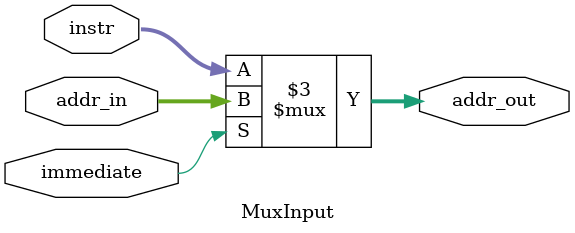
<source format=v>
module MuxInput(
	input immediate,
	input [15:0] instr,
	input [15:0] addr_in,
	output reg [15:0] addr_out
);

always @(*) begin 
	if(immediate) begin
		addr_out = addr_in;
	end 
	else begin
		addr_out = instr;
	end
end

endmodule

</source>
